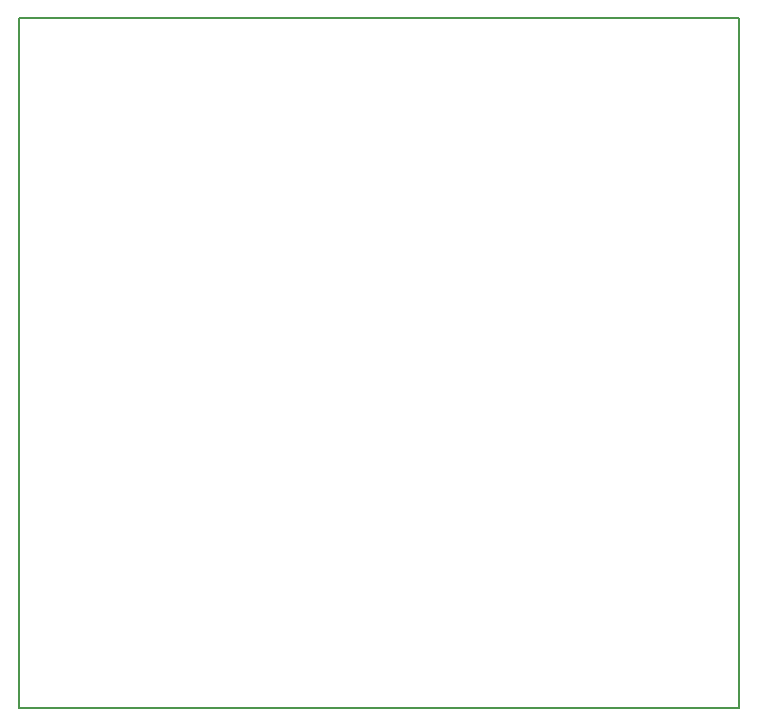
<source format=gbr>
G04 #@! TF.GenerationSoftware,KiCad,Pcbnew,5.0.0+dfsg1-2*
G04 #@! TF.CreationDate,2019-06-02T14:02:43-05:00*
G04 #@! TF.ProjectId,scope-current-shunt,73636F70652D63757272656E742D7368,rev?*
G04 #@! TF.SameCoordinates,Original*
G04 #@! TF.FileFunction,Profile,NP*
%FSLAX46Y46*%
G04 Gerber Fmt 4.6, Leading zero omitted, Abs format (unit mm)*
G04 Created by KiCad (PCBNEW 5.0.0+dfsg1-2) date Sun Jun  2 14:02:43 2019*
%MOMM*%
%LPD*%
G01*
G04 APERTURE LIST*
%ADD10C,0.150000*%
G04 APERTURE END LIST*
D10*
X102870000Y-153670000D02*
X102870000Y-95250000D01*
X163830000Y-153670000D02*
X102870000Y-153670000D01*
X163830000Y-95250000D02*
X163830000Y-153670000D01*
X102870000Y-95250000D02*
X163830000Y-95250000D01*
M02*

</source>
